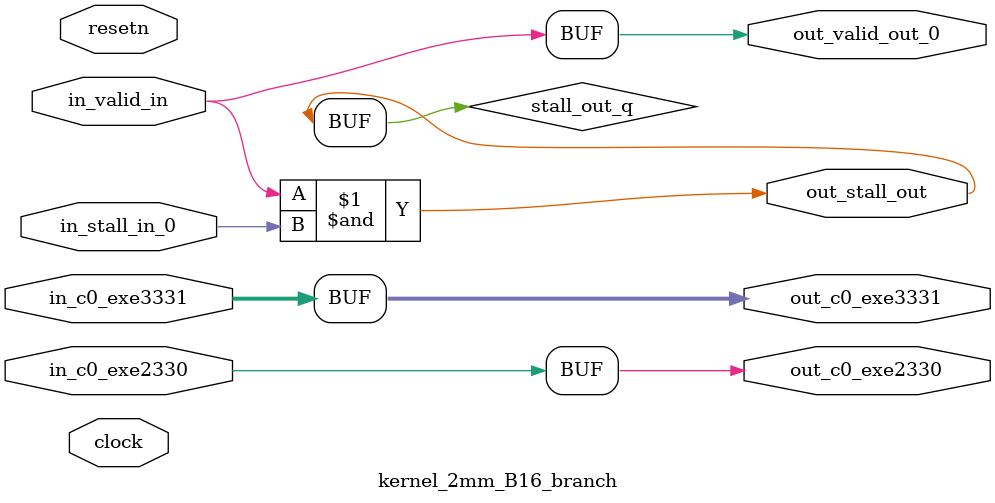
<source format=sv>



(* altera_attribute = "-name AUTO_SHIFT_REGISTER_RECOGNITION OFF; -name MESSAGE_DISABLE 10036; -name MESSAGE_DISABLE 10037; -name MESSAGE_DISABLE 14130; -name MESSAGE_DISABLE 14320; -name MESSAGE_DISABLE 15400; -name MESSAGE_DISABLE 14130; -name MESSAGE_DISABLE 10036; -name MESSAGE_DISABLE 12020; -name MESSAGE_DISABLE 12030; -name MESSAGE_DISABLE 12010; -name MESSAGE_DISABLE 12110; -name MESSAGE_DISABLE 14320; -name MESSAGE_DISABLE 13410; -name MESSAGE_DISABLE 113007; -name MESSAGE_DISABLE 10958" *)
module kernel_2mm_B16_branch (
    input wire [0:0] in_c0_exe2330,
    input wire [31:0] in_c0_exe3331,
    input wire [0:0] in_stall_in_0,
    input wire [0:0] in_valid_in,
    output wire [0:0] out_c0_exe2330,
    output wire [31:0] out_c0_exe3331,
    output wire [0:0] out_stall_out,
    output wire [0:0] out_valid_out_0,
    input wire clock,
    input wire resetn
    );

    wire [0:0] stall_out_q;


    // out_c0_exe2330(GPOUT,6)
    assign out_c0_exe2330 = in_c0_exe2330;

    // out_c0_exe3331(GPOUT,7)
    assign out_c0_exe3331 = in_c0_exe3331;

    // stall_out(LOGICAL,10)
    assign stall_out_q = in_valid_in & in_stall_in_0;

    // out_stall_out(GPOUT,8)
    assign out_stall_out = stall_out_q;

    // out_valid_out_0(GPOUT,9)
    assign out_valid_out_0 = in_valid_in;

endmodule

</source>
